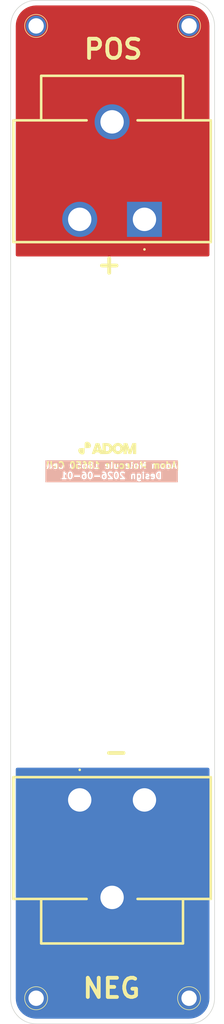
<source format=kicad_pcb>
(kicad_pcb (version 20241229) (generator "pcbnew") (generator_version "9.0")
  (layers (0 "F.Cu" signal) (2 "B.Cu" signal) (13 "F.Paste" user) (15 "B.Paste" user) (5 "F.SilkS" user "F.Silkscreen") (7 "B.SilkS" user "B.Silkscreen") (1 "F.Mask" user) (3 "B.Mask" user) (25 "Edge.Cuts" user))
  (property "board_name" "Adom Molecule 18650 Cell")
  (net 0 "")
  (net 1 "/POS")
  (net 2 "/NEG")
  (footprint "Adom Footprint Library:ADOM_MEDIUM_PIN_SHORTER_v1" (layer "F.Cu") (at 2 -2)
    (property "Reference" "MP1" (hide yes))
    (property "Value" "~" (hide yes))
    (fp_circle (center 0 0) (end 0.9 0) (stroke (width 0.05)) (fill no) (layer "F.SilkS"))
    (pad "1" thru_hole circle (at 0 0) (size 1.6 1.6) (drill 1.2) (layers "*.Cu" "*.Mask") (net 2 "/NEG"))
  )
  (footprint "Adom Footprint Library:ADOM_MEDIUM_PIN_SHORTER_v1" (layer "F.Cu") (at 14 -2)
    (property "Reference" "MP4" (hide yes))
    (property "Value" "~" (hide yes))
    (fp_circle (center 0 0) (end 0.9 0) (stroke (width 0.05)) (fill no) (layer "F.SilkS"))
    (pad "1" thru_hole circle (at 0 0) (size 1.6 1.6) (drill 1.2) (layers "*.Cu" "*.Mask") (net 2 "/NEG"))
  )
  (footprint "Adom Footprint Library:ADOM_MEDIUM_PIN_SHORTER_v1" (layer "F.Cu") (at 2 -78)
    (property "Reference" "MP2" (hide yes))
    (property "Value" "~" (hide yes))
    (fp_circle (center 0 0) (end 0.9 0) (stroke (width 0.05)) (fill no) (layer "F.SilkS"))
    (pad "1" thru_hole circle (at 0 0) (size 1.6 1.6) (drill 1.2) (layers "*.Cu" "*.Mask") (net 1 "/POS"))
  )
  (footprint "Adom Footprint Library:Adom Logo Size 2" (layer "F.Cu") (at 8 -45)
    (property "Reference" "REF**" (hide yes))
    (property "Value" "Adom Logo Size 2" (hide yes))
    (fp_poly (pts (xy -2.2 0) (xy -2.199655 0.000027) (xy -2.199316 0.00007) (xy -2.198981 0.00013) (xy -2.198653 0.000206) (xy -2.198331 0.000297) (xy -2.198015 0.000404) (xy -2.197707 0.000526) (xy -2.197406 0.000662) (xy -2.197113 0.000813) (xy -2.196828 0.000976) (xy -2.196553 0.001153) (xy -2.196286 0.001343) (xy -2.19603 0.001545) (xy -2.195783 0.001759) (xy -2.195547 0.001984) (xy -2.195322 0.00222) (xy -2.195108 0.002466) (xy -2.194906 0.002723) (xy -2.194716 0.00299) (xy -2.19454 0.003265) (xy -2.194376 0.00355) (xy -2.194226 0.003843) (xy -2.194089 0.004144) (xy -2.193967 0.004452) (xy -2.19386 0.004768) (xy -2.193769 0.00509) (xy -2.193693 0.005418) (xy -2.193633 0.005753) (xy -2.19359 0.006092) (xy -2.193563 0.006437) (xy -2.193555 0.006786) (xy -2.193555 0.318063) (xy -2.193876 0.327409) (xy -2.194578 0.336651) (xy -2.195662 0.345777) (xy -2.197131 0.354775) (xy -2.198986 0.363634) (xy -2.201228 0.372341) (xy -2.20386 0.380885) (xy -2.206882 0.389254) (xy -2.210296 0.397437) (xy -2.214103 0.405421) (xy -2.218306 0.413194) (xy -2.222906 0.420745) (xy -2.227905 0.428063) (xy -2.233303 0.435134) (xy -2.239104 0.441948) (xy -2.245307 0.448492) (xy -2.253405 0.456079) (xy -2.261908 0.463056) (xy -2.270794 0.469424) (xy -2.280041 0.475187) (xy -2.289626 0.480348) (xy -2.299529 0.484909) (xy -2.309727 0.488873) (xy -2.320197 0.492244) (xy -2.330919 0.495025) (xy -2.341869 0.497217) (xy -2.353025 0.498825) (xy -2.364367 0.49985) (xy -2.37587 0.500296) (xy -2.387515 0.500166) (xy -2.399278 0.499463) (xy -2.411137 0.498189) (xy -2.423071 0.496347) (xy -2.435057 0.493941) (xy -2.447074 0.490973) (xy -2.459099 0.487446) (xy -2.483085 0.478727) (xy -2.50684 0.467807) (xy -2.530187 0.454709) (xy -2.541652 0.447351) (xy -2.55295 0.439457) (xy -2.564057 0.43103) (xy -2.574952 0.422073) (xy -2.585613 0.412589) (xy -2.596017 0.402581) (xy -2.596018 0.402518) (xy -2.60602 0.392113) (xy -2.615498 0.381452) (xy -2.62445 0.370557) (xy -2.632872 0.35945) (xy -2.640762 0.348153) (xy -2.648116 0.336687) (xy -2.654932 0.325076) (xy -2.661207 0.31334) (xy -2.666938 0.301503) (xy -2.672122 0.289585) (xy -2.676756 0.27761) (xy -2.680837 0.265599) (xy -2.684363 0.253574) (xy -2.68733 0.241558) (xy -2.689736 0.229571) (xy -2.691577 0.217638) (xy -2.692851 0.205778) (xy -2.693555 0.194015) (xy -2.693686 0.182371) (xy -2.693241 0.170867) (xy -2.692218 0.159526) (xy -2.690612 0.148369) (xy -2.688422 0.137419) (xy -2.685645 0.126698) (xy -2.682277 0.116227) (xy -2.678316 0.10603) (xy -2.673758 0.096127) (xy -2.668602 0.086541) (xy -2.662844 0.077294) (xy -2.656481 0.068408) (xy -2.64951 0.059905) (xy -2.641928 0.051807) (xy -2.635221 0.045449) (xy -2.628229 0.039517) (xy -2.620965 0.034009) (xy -2.613442 0.028924) (xy -2.605673 0.024257) (xy -2.59767 0.020009) (xy -2.589447 0.016175) (xy -2.581016 0.012755) (xy -2.572389 0.009745) (xy -2.563581 0.007144) (xy -2.554604 0.004949) (xy -2.54547 0.003158) (xy -2.536192 0.00177) (xy -2.526783 0.00078) (xy -2.517257 0.000188) (xy -2.507626 -0.000009) (xy -2.200349 -0.000009)) (fill yes) (layer "F.SilkS"))
    (fp_poly (pts (xy -1.999531 -0.500056) (xy -1.987768 -0.499353) (xy -1.975908 -0.498079) (xy -1.963974 -0.496237) (xy -1.951988 -0.493831) (xy -1.939972 -0.490863) (xy -1.927947 -0.487336) (xy -1.903961 -0.478617) (xy -1.880206 -0.467697) (xy -1.856859 -0.454599) (xy -1.845393 -0.447241) (xy -1.834096 -0.439347) (xy -1.822989 -0.43092) (xy -1.812094 -0.421963) (xy -1.801433 -0.41248) (xy -1.791028 -0.402471) (xy -1.791028 -0.402408) (xy -1.781026 -0.392003) (xy -1.771547 -0.381342) (xy -1.762596 -0.370447) (xy -1.754173 -0.35934) (xy -1.746284 -0.348043) (xy -1.738929 -0.336577) (xy -1.732113 -0.324966) (xy -1.725838 -0.31323) (xy -1.720108 -0.301393) (xy -1.714924 -0.289475) (xy -1.71029 -0.2775) (xy -1.706208 -0.265489) (xy -1.702683 -0.253464) (xy -1.699716 -0.241448) (xy -1.69731 -0.229462) (xy -1.695469 -0.217528) (xy -1.694194 -0.205668) (xy -1.69349 -0.193905) (xy -1.693359 -0.182261) (xy -1.693804 -0.170757) (xy -1.694828 -0.159416) (xy -1.696433 -0.148259) (xy -1.698623 -0.137309) (xy -1.701401 -0.126588) (xy -1.704769 -0.116117) (xy -1.70873 -0.10592) (xy -1.713287 -0.096017) (xy -1.718443 -0.086431) (xy -1.724202 -0.077184) (xy -1.730565 -0.068298) (xy -1.737536 -0.059795) (xy -1.745118 -0.051697) (xy -1.751825 -0.045339) (xy -1.758816 -0.039407) (xy -1.76608 -0.0339) (xy -1.773603 -0.028814) (xy -1.781373 -0.024148) (xy -1.789375 -0.019899) (xy -1.797599 -0.016065) (xy -1.80603 -0.012645) (xy -1.814656 -0.009635) (xy -1.823464 -0.007034) (xy -1.832442 -0.004839) (xy -1.841576 -0.003049) (xy -1.850854 -0.00166) (xy -1.860262 -0.00067) (xy -1.869788 -0.000078) (xy -1.87942 0.000118) (xy -2.186697 0.000118) (xy -2.187046 0.00011) (xy -2.18739 0.000083) (xy -2.18773 0.00004) (xy -2.188064 -0.00002) (xy -2.188393 -0.000096) (xy -2.188715 -0.000188) (xy -2.18903 -0.000294) (xy -2.189339 -0.000416) (xy -2.18964 -0.000553) (xy -2.189933 -0.000703) (xy -2.190217 -0.000867) (xy -2.190493 -0.001044) (xy -2.190759 -0.001233) (xy -2.191016 -0.001435) (xy -2.191263 -0.001649) (xy -2.191499 -0.001874) (xy -2.191724 -0.00211) (xy -2.191938 -0.002357) (xy -2.192139 -0.002613) (xy -2.192329 -0.00288) (xy -2.192506 -0.003156) (xy -2.19267 -0.00344) (xy -2.19282 -0.003733) (xy -2.192956 -0.004034) (xy -2.193078 -0.004342) (xy -2.193185 -0.004658) (xy -2.193277 -0.00498) (xy -2.193353 -0.005308) (xy -2.193413 -0.005643) (xy -2.193456 -0.005982) (xy -2.193482 -0.006327) (xy -2.193491 -0.006676) (xy -2.193491 -0.317953) (xy -2.19317 -0.327299) (xy -2.192468 -0.336541) (xy -2.191383 -0.345667) (xy -2.189914 -0.354665) (xy -2.188059 -0.363524) (xy -2.185817 -0.372231) (xy -2.183186 -0.380775) (xy -2.180164 -0.389144) (xy -2.17675 -0.397327) (xy -2.172942 -0.405311) (xy -2.168739 -0.413084) (xy -2.164139 -0.420635) (xy -2.159141 -0.427953) (xy -2.153742 -0.435024) (xy -2.147942 -0.441838) (xy -2.141739 -0.448382) (xy -2.133641 -0.455969) (xy -2.125138 -0.462946) (xy -2.116252 -0.469314) (xy -2.107005 -0.475077) (xy -2.097419 -0.480238) (xy -2.087516 -0.484799) (xy -2.077319 -0.488763) (xy -2.066848 -0.492134) (xy -2.056127 -0.494915) (xy -2.045177 -0.497107) (xy -2.03402 -0.498715) (xy -2.022679 -0.49974) (xy -2.011175 -0.500186)) (fill yes) (layer "F.SilkS"))
    (fp_poly (pts (xy 0.435733 -0.406109) (xy 0.450883 -0.405404) (xy 0.465865 -0.404238) (xy 0.480672 -0.402617) (xy 0.4953 -0.400547) (xy 0.509739 -0.398035) (xy 0.523985 -0.395087) (xy 0.538031 -0.39171) (xy 0.551869 -0.387911) (xy 0.565494 -0.383696) (xy 0.578898 -0.379072) (xy 0.592076 -0.374044) (xy 0.60502 -0.36862) (xy 0.617724 -0.362807) (xy 0.630182 -0.35661) (xy 0.642387 -0.350036) (xy 0.654332 -0.343093) (xy 0.66601 -0.335785) (xy 0.677416 -0.328121) (xy 0.688543 -0.320105) (xy 0.699383 -0.311746) (xy 0.709931 -0.303049) (xy 0.720179 -0.294021) (xy 0.730122 -0.284669) (xy 0.739752 -0.274999) (xy 0.749064 -0.265017) (xy 0.75805 -0.254731) (xy 0.766704 -0.244146) (xy 0.775019 -0.233269) (xy 0.782989 -0.222107) (xy 0.790607 -0.210667) (xy 0.797867 -0.198954) (xy 0.797867 -0.199081) (xy 0.799116 -0.197726) (xy 0.800395 -0.19648) (xy 0.8017 -0.19534) (xy 0.803027 -0.194299) (xy 0.80437 -0.193355) (xy 0.805725 -0.192502) (xy 0.807087 -0.191737) (xy 0.808452 -0.191055) (xy 0.809816 -0.190452) (xy 0.811173 -0.189923) (xy 0.812519 -0.189465) (xy 0.81385 -0.189072) (xy 0.81516 -0.188741) (xy 0.816446 -0.188466) (xy 0.817702 -0.188245) (xy 0.818925 -0.188072) (xy 0.82125 -0.187854) (xy 0.823384 -0.187777) (xy 0.825291 -0.187807) (xy 0.826933 -0.18791) (xy 0.828274 -0.18805) (xy 0.829278 -0.188193) (xy 0.830125 -0.18835) (xy 0.830981 -0.188574) (xy 0.833283 -0.189345) (xy 0.834851 -0.189982) (xy 0.836631 -0.190811) (xy 0.838573 -0.191851) (xy 0.840626 -0.19312) (xy 0.842741 -0.194637) (xy 0.843806 -0.195494) (xy 0.844868 -0.19642) (xy 0.84592 -0.197418) (xy 0.846957 -0.198489) (xy 0.847971 -0.199635) (xy 0.848957 -0.20086) (xy 0.849909 -0.202165) (xy 0.85082 -0.203553) (xy 0.851684 -0.205027) (xy 0.852495 -0.206587) (xy 0.853246 -0.208237) (xy 0.853931 -0.20998) (xy 0.854545 -0.211816) (xy 0.85508 -0.21375) (xy 0.855207 -0.213242) (xy 0.855207 -0.361895) (xy 0.855248 -0.36351) (xy 0.855369 -0.365104) (xy 0.855568 -0.366675) (xy 0.855844 -0.36822) (xy 0.856194 -0.369738) (xy 0.856617 -0.371227) (xy 0.85711 -0.372685) (xy 0.857671 -0.37411) (xy 0.858299 -0.3755) (xy 0.858991 -0.376852) (xy 0.859746 -0.378166) (xy 0.860562 -0.379439) (xy 0.861436 -0.380668) (xy 0.862367 -0.381853) (xy 0.863353 -0.382991) (xy 0.864391 -0.38408) (xy 0.86548 -0.385119) (xy 0.866618 -0.386104) (xy 0.867803 -0.387035) (xy 0.869033 -0.38791) (xy 0.870306 -0.388725) (xy 0.871619 -0.38948) (xy 0.872972 -0.390173) (xy 0.874362 -0.3908) (xy 0.875786 -0.391362) (xy 0.877244 -0.391855) (xy 0.878733 -0.392277) (xy 0.880251 -0.392627) (xy 0.881797 -0.392903) (xy 0.883367 -0.393102) (xy 0.884961 -0.393223) (xy 0.886577 -0.393264) (xy 1.135814 -0.393264) (xy 1.136983 -0.393241) (xy 1.138145 -0.393173) (xy 1.139299 -0.393061) (xy 1.140443 -0.392906) (xy 1.141576 -0.392707) (xy 1.142698 -0.392466) (xy 1.143807 -0.392184) (xy 1.144902 -0.391861) (xy 1.145983 -0.391498) (xy 1.147047 -0.391096) (xy 1.148094 -0.390655) (xy 1.149123 -0.390177) (xy 1.150134 -0.389661) (xy 1.151123 -0.389109) (xy 1.152092 -0.388521) (xy 1.153038 -0.387898) (xy 1.153961 -0.387241) (xy 1.154859 -0.386551) (xy 1.155732 -0.385828) (xy 1.156578 -0.385072) (xy 1.157396 -0.384286) (xy 1.158185 -0.383468) (xy 1.158945 -0.382621) (xy 1.159674 -0.381745) (xy 1.160371 -0.38084) (xy 1.161034 -0.379907) (xy 1.161664 -0.378948) (xy 1.162258 -0.377962) (xy 1.162816 -0.37695) (xy 1.163337 -0.375914) (xy 1.163819 -0.374853) (xy 1.164262 -0.37377) (xy 1.356921 0.124769) (xy 1.356947 0.124838) (xy 1.356978 0.124902) (xy 1.357013 0.124962) (xy 1.357052 0.125016) (xy 1.357094 0.125066) (xy 1.35714 0.125112) (xy 1.357189 0.125153) (xy 1.35724 0.125189) (xy 1.357294 0.12522) (xy 1.357351 0.125247) (xy 1.357408 0.12527) (xy 1.357468 0.125288) (xy 1.357528 0.125302) (xy 1.35759 0.125311) (xy 1.357652 0.125316) (xy 1.357715 0.125317) (xy 1.357777 0.125313) (xy 1.357839 0.125305) (xy 1.357901 0.125293) (xy 1.357961 0.125277) (xy 1.358021 0.125256) (xy 1.358079 0.125232) (xy 1.358135 0.125203) (xy 1.358189 0.125171) (xy 1.358241 0.125134) (xy 1.358289 0.125094) (xy 1.358335 0.125049) (xy 1.358378 0.125001) (xy 1.358417 0.124948) (xy 1.358452 0.124892) (xy 1.358482 0.124833) (xy 1.358509 0.124769) (xy 1.546723 -0.373515) (xy 1.547648 -0.375684) (xy 1.548727 -0.377755) (xy 1.549951 -0.379724) (xy 1.551312 -0.381584) (xy 1.552803 -0.383329) (xy 1.554413 -0.384954) (xy 1.556136 -0.386453) (xy 1.557962 -0.387819) (xy 1.559883 -0.389046) (xy 1.561892 -0.39013) (xy 1.563979 -0.391063) (xy 1.566136 -0.391839) (xy 1.568354 -0.392454) (xy 1.570626 -0.3929) (xy 1.572944 -0.393172) (xy 1.575297 -0.393264) (xy 1.823202 -0.393264) (xy 1.824817 -0.393223) (xy 1.826411 -0.393102) (xy 1.827982 -0.392903) (xy 1.829527 -0.392627) (xy 1.831045 -0.392277) (xy 1.832534 -0.391855) (xy 1.833992 -0.391362) (xy 1.835417 -0.3908) (xy 1.836807 -0.390173) (xy 1.838159 -0.38948) (xy 1.839473 -0.388725) (xy 1.840746 -0.38791) (xy 1.841975 -0.387035) (xy 1.84316 -0.386104) (xy 1.844298 -0.385119) (xy 1.845387 -0.38408) (xy 1.846426 -0.382991) (xy 1.847412 -0.381853) (xy 1.848342 -0.380668) (xy 1.849217 -0.379438) (xy 1.850032 -0.378166) (xy 1.850787 -0.376852) (xy 1.85148 -0.3755) (xy 1.852108 -0.37411) (xy 1.852669 -0.372685) (xy 1.853162 -0.371227) (xy 1.853584 -0.369738) (xy 1.853934 -0.36822) (xy 1.85421 -0.366675) (xy 1.854409 -0.365104) (xy 1.854531 -0.36351) (xy 1.854571 -0.361895) (xy 1.854571 0.43503) (xy 1.854531 0.436645) (xy 1.854409 0.438239) (xy 1.85421 0.43981) (xy 1.853934 0.441355) (xy 1.853584 0.442873) (xy 1.853162 0.444362) (xy 1.852669 0.44582) (xy 1.852108 0.447245) (xy 1.85148 0.448634) (xy 1.850787 0.449987) (xy 1.850032 0.451301) (xy 1.849217 0.452573) (xy 1.848342 0.453803) (xy 1.847412 0.454988) (xy 1.846426 0.456126) (xy 1.845387 0.457215) (xy 1.844298 0.458254) (xy 1.84316 0.459239) (xy 1.841975 0.46017) (xy 1.840746 0.461044) (xy 1.839473 0.46186) (xy 1.838159 0.462615) (xy 1.836807 0.463307) (xy 1.835417 0.463935) (xy 1.833992 0.464497) (xy 1.832534 0.46499) (xy 1.831045 0.465412) (xy 1.829527 0.465762) (xy 1.827982 0.466038) (xy 1.826411 0.466237) (xy 1.824817 0.466358) (xy 1.823202 0.466399) (xy 1.629083 0.466399) (xy 1.627468 0.466358) (xy 1.625874 0.466237) (xy 1.624303 0.466038) (xy 1.622758 0.465762) (xy 1.621239 0.465412) (xy 1.61975 0.46499) (xy 1.618293 0.464497) (xy 1.616868 0.463935) (xy 1.615478 0.463307) (xy 1.614125 0.462615) (xy 1.612812 0.46186) (xy 1.611539 0.461044) (xy 1.610309 0.46017) (xy 1.609124 0.459239) (xy 1.607986 0.458254) (xy 1.606897 0.457215) (xy 1.605859 0.456126) (xy 1.604873 0.454988) (xy 1.603942 0.453803) (xy 1.603068 0.452573) (xy 1.602252 0.451301) (xy 1.601497 0.449987) (xy 1.600805 0.448634) (xy 1.600177 0.447245) (xy 1.599616 0.44582) (xy 1.599123 0.444362) (xy 1.5987 0.442873) (xy 1.59835 0.441355) (xy 1.598075 0.43981) (xy 1.597875 0.438239) (xy 1.597754 0.436645) (xy 1.597714 0.43503) (xy 1.597714 0.07289) (xy 1.59771 0.072802) (xy 1.597698 0.07272) (xy 1.59768 0.072642) (xy 1.597656 0.072569) (xy 1.597625 0.0725) (xy 1.597588 0.072436) (xy 1.597547 0.072377) (xy 1.5975 0.072323) (xy 1.597449 0.072274) (xy 1.597395 0.072229) (xy 1.597336 0.07219) (xy 1.597275 0.072156) (xy 1.597211 0.072127) (xy 1.597144 0.072104) (xy 1.597076 0.072085) (xy 1.597007 0.072072) (xy 1.596937 0.072064) (xy 1.596866 0.072062) (xy 1.596795 0.072065) (xy 1.596724 0.072074) (xy 1.596655 0.072089) (xy 1.596586 0.072109) (xy 1.596519 0.072135) (xy 1.596454 0.072166) (xy 1.596392 0.072204) (xy 1.596333 0.072247) (xy 1.596277 0.072297) (xy 1.596225 0.072352) (xy 1.596177 0.072414) (xy 1.596133 0.072481) (xy 1.596095 0.072555) (xy 1.596063 0.072636) (xy 1.468491 0.445761) (xy 1.467608 0.448023) (xy 1.466562 0.450185) (xy 1.46536 0.452241) (xy 1.464012 0.454183) (xy 1.462527 0.456007) (xy 1.460912 0.457705) (xy 1.459177 0.459271) (xy 1.457331 0.4607) (xy 1.455382 0.461984) (xy 1.453339 0.463117) (xy 1.451211 0.464094) (xy 1.449006 0.464907) (xy 1.446734 0.46555) (xy 1.444403 0.466017) (xy 1.442021 0.466302) (xy 1.439598 0.466399) (xy 1.271324 0.466399) (xy 1.270102 0.466375) (xy 1.26889 0.466302) (xy 1.26769 0.466183) (xy 1.266501 0.466017) (xy 1.265326 0.465806) (xy 1.264164 0.46555) (xy 1.263018 0.46525) (xy 1.261889 0.464907) (xy 1.260777 0.464521) (xy 1.259683 0.464094) (xy 1.258609 0.463625) (xy 1.257555 0.463117) (xy 1.256523 0.46257) (xy 1.255514 0.461984) (xy 1.254528 0.46136) (xy 1.253567 0.4607) (xy 1.252632 0.460003) (xy 1.251724 0.459271) (xy 1.250844 0.458505) (xy 1.249993 0.457705) (xy 1.249172 0.456872) (xy 1.248383 0.456007) (xy 1.247625 0.45511) (xy 1.246901 0.454183) (xy 1.246211 0.453226) (xy 1.245556 0.452241) (xy 1.244938 0.451227) (xy 1.244357 0.450185) (xy 1.243815 0.449117) (xy 1.243313 0.448023) (xy 1.242851 0.446905) (xy 1.242431 0.445761) (xy 1.113653 0.069079) (xy 1.11362 0.068994) (xy 1.113582 0.068915) (xy 1.113539 0.068843) (xy 1.113491 0.068778) (xy 1.113439 0.068719) (xy 1.113383 0.068668) (xy 1.113323 0.068622) (xy 1.113261 0.068583) (xy 1.113196 0.068551) (xy 1.113129 0.068524) (xy 1.113061 0.068504) (xy 1.112991 0.06849) (xy 1.11292 0.068482) (xy 1.112849 0.06848) (xy 1.112779 0.068483) (xy 1.112708 0.068492) (xy 1.112639 0.068507) (xy 1.112571 0.068527) (xy 1.112505 0.068553) (xy 1.11244 0.068583) (xy 1.112379 0.068619) (xy 1.112321 0.068661) (xy 1.112266 0.068707) (xy 1.112215 0.068758) (xy 1.112169 0.068814) (xy 1.112127 0.068875) (xy 1.11209 0.06894) (xy 1.11206 0.06901) (xy 1.112035 0.069084) (xy 1.112017 0.069163) (xy 1.112006 0.069246) (xy 1.112002 0.069333) (xy 1.112002 0.43503) (xy 1.111961 0.436645) (xy 1.11184 0.438239) (xy 1.111641 0.43981) (xy 1.111365 0.441355) (xy 1.111015 0.442873) (xy 1.110592 0.444362) (xy 1.110099 0.44582) (xy 1.109538 0.447245) (xy 1.10891 0.448634) (xy 1.108218 0.449987) (xy 1.107463 0.451301) (xy 1.106647 0.452573) (xy 1.105773 0.453803) (xy 1.104842 0.454988) (xy 1.103856 0.456126) (xy 1.102818 0.457215) (xy 1.101729 0.458254) (xy 1.100591 0.459239) (xy 1.099406 0.46017) (xy 1.098176 0.461044) (xy 1.096904 0.46186) (xy 1.09559 0.462615) (xy 1.094237 0.463307) (xy 1.092848 0.463935) (xy 1.091423 0.464497) (xy 1.089965 0.46499) (xy 1.088476 0.465412) (xy 1.086958 0.465762) (xy 1.085412 0.466038) (xy 1.083842 0.466237) (xy 1.082248 0.466358) (xy 1.080633 0.466399) (xy 0.886513 0.466399) (xy 0.884898 0.466358) (xy 0.883304 0.466237) (xy 0.881734 0.466038) (xy 0.880188 0.465762) (xy 0.87867 0.465412) (xy 0.877181 0.46499) (xy 0.875723 0.464497) (xy 0.874298 0.463935) (xy 0.872909 0.463307) (xy 0.871556 0.462615) (xy 0.870243 0.46186) (xy 0.86897 0.461044) (xy 0.86774 0.46017) (xy 0.866555 0.459239) (xy 0.865417 0.458254) (xy 0.864328 0.457215) (xy 0.86329 0.456126) (xy 0.862304 0.454988) (xy 0.861373 0.453803) (xy 0.860499 0.452573) (xy 0.859683 0.451301) (xy 0.858928 0.449987) (xy 0.858236 0.448634) (xy 0.857608 0.447245) (xy 0.857047 0.44582) (xy 0.856554 0.444362) (xy 0.856131 0.442873) (xy 0.855781 0.441355) (xy 0.855505 0.43981) (xy 0.855306 0.438239) (xy 0.855185 0.436645) (xy 0.855144 0.43503) (xy 0.855144 0.281106) (xy 0.855017 0.281614) (xy 0.854488 0.279681) (xy 0.853879 0.277844) (xy 0.853198 0.276102) (xy 0.85245 0.274451) (xy 0.851642 0.272891) (xy 0.850781 0.271418) (xy 0.849872 0.27003) (xy 0.848921 0.268724) (xy 0.847936 0.2675) (xy 0.846922 0.266353) (xy 0.845885 0.265282) (xy 0.844833 0.264285) (xy 0.84377 0.263359) (xy 0.842704 0.262501) (xy 0.841641 0.261711) (xy 0.840587 0.260984) (xy 0.83853 0.259715) (xy 0.836585 0.258675) (xy 0.834801 0.257846) (xy 0.833229 0.257209) (xy 0.831919 0.256746) (xy 0.830921 0.256438) (xy 0.830062 0.256214) (xy 0.829215 0.256058) (xy 0.826871 0.255774) (xy 0.825229 0.255672) (xy 0.823324 0.255641) (xy 0.821192 0.255718) (xy 0.81887 0.255936) (xy 0.816394 0.256331) (xy 0.813802 0.256936) (xy 0.811131 0.257788) (xy 0.809776 0.258316) (xy 0.808416 0.25892) (xy 0.807054 0.259602) (xy 0.805696 0.260367) (xy 0.804345 0.261219) (xy 0.803006 0.262163) (xy 0.801684 0.263204) (xy 0.800384 0.264345) (xy 0.79911 0.265591) (xy 0.797867 0.266945) (xy 0.797867 0.266628) (xy 0.782989 0.289851) (xy 0.766704 0.311956) (xy 0.749064 0.332891) (xy 0.730121 0.352603) (xy 0.709929 0.371039) (xy 0.68854 0.388148) (xy 0.666006 0.403876) (xy 0.642379 0.418171) (xy 0.617713 0.43098) (xy 0.592061 0.442253) (xy 0.565473 0.451934) (xy 0.538004 0.459973) (xy 0.509706 0.466317) (xy 0.48063 0.470914) (xy 0.450831 0.47371) (xy 0.42036 0.474654) (xy 0.396971 0.474103) (xy 0.373968 0.472464) (xy 0.351375 0.469762) (xy 0.329215 0.46602) (xy 0.307511 0.46126) (xy 0.286287 0.455506) (xy 0.265565 0.448782) (xy 0.245369 0.44111) (xy 0.225723 0.432514) (xy 0.206648 0.423017) (xy 0.18817 0.412642) (xy 0.17031 0.401413) (xy 0.153093 0.389352) (xy 0.136541 0.376484) (xy 0.120678 0.36283) (xy 0.105526 0.348416) (xy 0.099517 0.342281) (xy 0.093634 0.336024) (xy 0.087879 0.329644) (xy 0.082254 0.323145) (xy 0.076759 0.316527) (xy 0.071397 0.309793) (xy 0.066169 0.302943) (xy 0.061077 0.295981) (xy 0.056121 0.288906) (xy 0.051303 0.281722) (xy 0.046626 0.27443) (xy 0.04209 0.267031) (xy 0.037697 0.259527) (xy 0.033448 0.251919) (xy 0.029345 0.244211) (xy 0.025389 0.236402) (xy 0.024297 0.234613) (xy 0.023142 0.232937) (xy 0.021931 0.231368) (xy 0.020671 0.229904) (xy 0.019368 0.228541) (xy 0.018028 0.227275) (xy 0.016658 0.226103) (xy 0.015263 0.225021) (xy 0.013851 0.224026) (xy 0.012428 0.223114) (xy 0.011 0.22228) (xy 0.009573 0.221523) (xy 0.008154 0.220837) (xy 0.006749 0.22022) (xy 0.005364 0.219668) (xy 0.004006 0.219177) (xy 0.001396 0.218365) (xy -0.001031 0.217755) (xy -0.003224 0.217318) (xy -0.005132 0.217024) (xy -0.006705 0.216847) (xy -0.007891 0.216755) (xy -0.0089 0.216717) (xy -0.009949 0.216749) (xy -0.012813 0.217021) (xy -0.014793 0.21733) (xy -0.017068 0.217798) (xy -0.019585 0.218459) (xy -0.022291 0.219344) (xy -0.025133 0.220488) (xy -0.028059 0.221923) (xy -0.029537 0.22276) (xy -0.031015 0.223682) (xy -0.032488 0.224693) (xy -0.033948 0.225798) (xy -0.03539 0.227001) (xy -0.036806 0.228305) (xy -0.03819 0.229715) (xy -0.039535 0.231235) (xy -0.040835 0.232869) (xy -0.042083 0.234622) (xy -0.043273 0.236496) (xy -0.044397 0.238497) (xy -0.044397 0.238116) (xy -0.048135 0.245524) (xy -0.052016 0.252839) (xy -0.056038 0.260059) (xy -0.060201 0.267184) (xy -0.064505 0.274209) (xy -0.068948 0.281135) (xy -0.07353 0.287959) (xy -0.07825 0.294679) (xy -0.083108 0.301293) (xy -0.088103 0.3078) (xy -0.093235 0.314198) (xy -0.098502 0.320484) (xy -0.103904 0.326657) (xy -0.109441 0.332715) (xy -0.115111 0.338656) (xy -0.120914 0.344479) (xy -0.136521 0.359003) (xy -0.15285 0.372637) (xy -0.169884 0.385376) (xy -0.187604 0.397213) (xy -0.205994 0.40814) (xy -0.225036 0.418152) (xy -0.244711 0.427242) (xy -0.265004 0.435403) (xy -0.285895 0.442629) (xy -0.307368 0.448912) (xy -0.329405 0.454247) (xy -0.351988 0.458627) (xy -0.3751 0.462045) (xy -0.398723 0.464495) (xy -0.422839 0.465969) (xy -0.447431 0.466462) (xy -0.959432 0.466462) (xy -0.960448 0.466445) (xy -0.961458 0.466392) (xy -0.962462 0.466304) (xy -0.963459 0.466181) (xy -0.964448 0.466025) (xy -0.965429 0.465835) (xy -0.9664 0.465612) (xy -0.967361 0.465356) (xy -0.96831 0.465068) (xy -0.969247 0.464748) (xy -0.970171 0.464397) (xy -0.971082 0.464015) (xy -0.971978 0.463602) (xy -0.972858 0.463159) (xy -0.973722 0.462686) (xy -0.974569 0.462184) (xy -0.975398 0.461653) (xy -0.976207 0.461094) (xy -0.976998 0.460507) (xy -0.977767 0.459892) (xy -0.978515 0.459251) (xy -0.979241 0.458582) (xy -0.979944 0.457887) (xy -0.980622 0.457167) (xy -0.981276 0.456421) (xy -0.981904 0.45565) (xy -0.982506 0.454854) (xy -0.98308 0.454035) (xy -0.983626 0.453191) (xy -0.984143 0.452325) (xy -0.98463 0.451436) (xy -0.985086 0.450524) (xy -0.992284 0.436675) (xy -1.00038 0.423466) (xy -1.00934 0.410931) (xy -1.01913 0.399106) (xy -1.029718 0.388025) (xy -1.041071 0.377724) (xy -1.053155 0.368237) (xy -1.065937 0.3596) (xy -1.079385 0.351848) (xy -1.093465 0.345015) (xy -1.108144 0.339138) (xy -1.123389 0.334251) (xy -1.139167 0.330388) (xy -1.155444 0.327586) (xy -1.172188 0.325879) (xy -1.189365 0.325302) (xy -1.198008 0.325447) (xy -1.206551 0.325881) (xy -1.214988 0.326598) (xy -1.223317 0.327595) (xy -1.231532 0.328866) (xy -1.239629 0.330407) (xy -1.247604 0.332215) (xy -1.255452 0.334284) (xy -1.263169 0.336611) (xy -1.270751 0.33919) (xy -1.278192 0.342017) (xy -1.28549 0.345089) (xy -1.292639 0.3484) (xy -1.299635 0.351946) (xy -1.306474 0.355723) (xy -1.313151 0.359727) (xy -1.319661 0.363952) (xy -1.326002 0.368395) (xy -1.332167 0.373051) (xy -1.338153 0.377916) (xy -1.343956 0.382985) (xy -1.34957 0.388254) (xy -1.354992 0.393718) (xy -1.360217 0.399374) (xy -1.365241 0.405216) (xy -1.370059 0.41124) (xy -1.374668 0.417443) (xy -1.379062 0.423819) (xy -1.383237 0.430363) (xy -1.387189 0.437073) (xy -1.390914 0.443943) (xy -1.394407 0.450968) (xy -1.395325 0.452723) (xy -1.39636 0.454387) (xy -1.397505 0.455959) (xy -1.398754 0.457435) (xy -1.4001 0.458811) (xy -1.401536 0.460085) (xy -1.403056 0.461252) (xy -1.404654 0.462311) (xy -1.406322 0.463258) (xy -1.408055 0.464088) (xy -1.409845 0.4648) (xy -1.411686 0.46539) (xy -1.413571 0.465854) (xy -1.415494 0.46619) (xy -1.417447 0.466394) (xy -1.419426 0.466462) (xy -1.594876 0.466462) (xy -1.596186 0.46644) (xy -1.597496 0.466372) (xy -1.598802 0.466258) (xy -1.600103 0.466097) (xy -1.601397 0.465889) (xy -1.602681 0.465632) (xy -1.603953 0.465326) (xy -1.605211 0.46497) (xy -1.606452 0.464564) (xy -1.607675 0.464106) (xy -1.608878 0.463596) (xy -1.610057 0.463033) (xy -1.61121 0.462417) (xy -1.612337 0.461747) (xy -1.613433 0.461021) (xy -1.614498 0.460239) (xy -1.616461 0.458602) (xy -1.618252 0.45684) (xy -1.619872 0.454966) (xy -1.621318 0.452991) (xy -1.622589 0.450925) (xy -1.623684 0.44878) (xy -1.624602 0.446569) (xy -1.62534 0.444301) (xy -1.625899 0.441989) (xy -1.626276 0.439643) (xy -1.626471 0.437275) (xy -1.626481 0.434897) (xy -1.626307 0.43252) (xy -1.625945 0.430154) (xy -1.625396 0.427812) (xy -1.624658 0.425505) (xy -1.553428 0.230115) (xy -0.533157 0.230115) (xy -0.533148 0.230453) (xy -0.533123 0.230786) (xy -0.533081 0.231115) (xy -0.533024 0.231438) (xy -0.532951 0.231757) (xy -0.532863 0.232069) (xy -0.53276 0.232375) (xy -0.532643 0.232674) (xy -0.532511 0.232966) (xy -0.532367 0.233251) (xy -0.532209 0.233528) (xy -0.532038 0.233796) (xy -0.531855 0.234055) (xy -0.53166 0.234305) (xy -0.531453 0.234545) (xy -0.531236 0.234775) (xy -0.531007 0.234994) (xy -0.530768 0.235202) (xy -0.530519 0.235399) (xy -0.530261 0.235584) (xy -0.529993 0.235757) (xy -0.529716 0.235917) (xy -0.529431 0.236064) (xy -0.529138 0.236197) (xy -0.528838 0.236316) (xy -0.52853 0.23642) (xy -0.528215 0.23651) (xy -0.527894 0.236584) (xy -0.527567 0.236643) (xy -0.527234 0.236685) (xy -0.526896 0.236711) (xy -0.526553 0.236719) (xy -0.465021 0.236719) (xy -0.452939 0.23651) (xy -0.441187 0.235883) (xy -0.429769 0.234841) (xy -0.418687 0.233387) (xy -0.407945 0.231523) (xy -0.397548 0.229252) (xy -0.387498 0.226577) (xy -0.377799 0.223501) (xy -0.368454 0.220025) (xy -0.359468 0.216152) (xy -0.350843 0.211886) (xy -0.342583 0.207228) (xy -0.334691 0.202182) (xy -0.327172 0.196749) (xy -0.320028 0.190933) (xy -0.313264 0.184737) (xy -0.306882 0.178162) (xy -0.300887 0.171211) (xy -0.295281 0.163888) (xy -0.290068 0.156194) (xy -0.285252 0.148133) (xy -0.280837 0.139706) (xy -0.276825 0.130917) (xy -0.27322 0.121768) (xy -0.270027 0.112261) (xy -0.267248 0.1024) (xy -0.264886 0.092187) (xy -0.262946 0.081625) (xy -0.261431 0.070715) (xy -0.260345 0.059462) (xy -0.259691 0.047867) (xy -0.259472 0.035932) (xy -0.259516 0.033519) (xy 0.240972 0.033519) (xy 0.241173 0.045157) (xy 0.241764 0.056494) (xy 0.242738 0.067525) (xy 0.244094 0.078245) (xy 0.245826 0.088651) (xy 0.24793 0.098737) (xy 0.250404 0.1085) (xy 0.253242 0.117935) (xy 0.256441 0.127037) (xy 0.259997 0.135802) (xy 0.263906 0.144225) (xy 0.268164 0.152302) (xy 0.272767 0.160029) (xy 0.27771 0.167401) (xy 0.282991 0.174413) (xy 0.288605 0.181062) (xy 0.294548 0.187342) (xy 0.300816 0.193249) (xy 0.307405 0.198779) (xy 0.314311 0.203928) (xy 0.321531 0.20869) (xy 0.32906 0.213061) (xy 0.336894 0.217038) (xy 0.345029 0.220614) (xy 0.353462 0.223787) (xy 0.362189 0.226551) (xy 0.371204 0.228902) (xy 0.380506 0.230836) (xy 0.390089 0.232348) (xy 0.399949 0.233433) (xy 0.410083 0.234087) (xy 0.420486 0.234306) (xy 0.430739 0.234082) (xy 0.440741 0.233412) (xy 0.450488 0.232302) (xy 0.459975 0.230758) (xy 0.469196 0.228784) (xy 0.478147 0.226388) (xy 0.486823 0.223573) (xy 0.495219 0.220346) (xy 0.50333 0.216713) (xy 0.511151 0.212678) (xy 0.518678 0.208247) (xy 0.525905 0.203425) (xy 0.532827 0.198219) (xy 0.53944 0.192634) (xy 0.545738 0.186675) (xy 0.551717 0.180347) (xy 0.557372 0.173657) (xy 0.562697 0.16661) (xy 0.567689 0.15921) (xy 0.572341 0.151465) (xy 0.57665 0.143379) (xy 0.58061 0.134957) (xy 0.584215 0.126206) (xy 0.587463 0.117131) (xy 0.590346 0.107737) (xy 0.592861 0.09803) (xy 0.595003 0.088015) (xy 0.596766 0.077698) (xy 0.598146 0.067085) (xy 0.599138 0.05618) (xy 0.599737 0.04499) (xy 0.599937 0.033519) (xy 0.599744 0.022071) (xy 0.599164 0.010875) (xy 0.598201 -0.000058) (xy 0.596858 -0.010722) (xy 0.595136 -0.021109) (xy 0.593039 -0.03121) (xy 0.590569 -0.041017) (xy 0.587729 -0.050523) (xy 0.584522 -0.059719) (xy 0.580949 -0.068598) (xy 0.577014 -0.077151) (xy 0.57272 -0.08537) (xy 0.568068 -0.093248) (xy 0.563061 -0.100777) (xy 0.557703 -0.107948) (xy 0.551995 -0.114753) (xy 0.55047 -0.116445) (xy 0.548939 -0.118095) (xy 0.547396 -0.119709) (xy 0.545836 -0.121294) (xy 0.539895 -0.12692) (xy 0.533672 -0.1322) (xy 0.527175 -0.137131) (xy 0.520409 -0.141712) (xy 0.513379 -0.145939) (xy 0.506093 -0.149812) (xy 0.498555 -0.153326) (xy 0.490773 -0.15648) (xy 0.482752 -0.159272) (xy 0.474498 -0.1617) (xy 0.466017 -0.16376) (xy 0.457315 -0.165451) (xy 0.448399 -0.16677) (xy 0.439274 -0.167715) (xy 0.429947 -0.168284) (xy 0.420423 -0.168474) (xy 0.410178 -0.168257) (xy 0.400165 -0.167606) (xy 0.390392 -0.166526) (xy 0.380865 -0.165018) (xy 0.371593 -0.163087) (xy 0.362582 -0.160735) (xy 0.35384 -0.157966) (xy 0.345374 -0.154782) (xy 0.337191 -0.151186) (xy 0.3293 -0.147182) (xy 0.321706 -0.142773) (xy 0.314419 -0.137961) (xy 0.307444 -0.13275) (xy 0.300789 -0.127143) (xy 0.294462 -0.121143) (xy 0.28847 -0.114753) (xy 0.282819 -0.10797) (xy 0.277514 -0.100818) (xy 0.272556 -0.093306) (xy 0.267948 -0.085442) (xy 0.263694 -0.077233) (xy 0.259796 -0.068687) (xy 0.256255 -0.059813) (xy 0.253077 -0.050618) (xy 0.250262 -0.041111) (xy 0.247813 -0.031299) (xy 0.245734 -0.021191) (xy 0.244027 -0.010794) (xy 0.242694 -0.000116) (xy 0.241739 0.010834) (xy 0.241164 0.022048) (xy 0.240972 0.033519) (xy -0.259516 0.033519) (xy -0.259691 0.023992) (xy -0.260345 0.012377) (xy -0.261431 0.001092) (xy -0.262946 -0.009861) (xy -0.264886 -0.020476) (xy -0.267248 -0.030752) (xy -0.270027 -0.040684) (xy -0.27322 -0.05027) (xy -0.276825 -0.059505) (xy -0.280837 -0.068386) (xy -0.285252 -0.07691) (xy -0.290068 -0.085073) (xy -0.295281 -0.092871) (xy -0.300887 -0.100302) (xy -0.306882 -0.107362) (xy -0.313264 -0.114047) (xy -0.320028 -0.120353) (xy -0.327172 -0.126278) (xy -0.334691 -0.131818) (xy -0.342583 -0.136969) (xy -0.350843 -0.141728) (xy -0.359468 -0.146092) (xy -0.368454 -0.150056) (xy -0.377799 -0.153618) (xy -0.387498 -0.156774) (xy -0.397548 -0.15952) (xy -0.407945 -0.161853) (xy -0.418687 -0.16377) (xy -0.429769 -0.165267) (xy -0.441187 -0.166341) (xy -0.452939 -0.166988) (xy -0.465021 -0.167204) (xy -0.526553 -0.167204) (xy -0.52689 -0.167195) (xy -0.527223 -0.16717) (xy -0.527552 -0.167127) (xy -0.527876 -0.167069) (xy -0.528194 -0.166994) (xy -0.528506 -0.166905) (xy -0.528812 -0.1668) (xy -0.529111 -0.166681) (xy -0.529404 -0.166548) (xy -0.529688 -0.166401) (xy -0.529965 -0.166241) (xy -0.530233 -0.166069) (xy -0.530492 -0.165884) (xy -0.530742 -0.165687) (xy -0.530982 -0.165479) (xy -0.531212 -0.165259) (xy -0.531431 -0.165029) (xy -0.53164 -0.164789) (xy -0.531836 -0.164539) (xy -0.532021 -0.16428) (xy -0.532194 -0.164012) (xy -0.532354 -0.163736) (xy -0.532501 -0.163451) (xy -0.532634 -0.163159) (xy -0.532753 -0.16286) (xy -0.532857 -0.162554) (xy -0.532947 -0.162241) (xy -0.533021 -0.161923) (xy -0.53308 -0.161599) (xy -0.533122 -0.161271) (xy -0.533148 -0.160937) (xy -0.533157 -0.1606) (xy -0.533157 0.230115) (xy -1.553428 0.230115) (xy -1.513988 0.12193) (xy -1.254481 0.12193) (xy -1.25448 0.122129) (xy -1.254473 0.122323) (xy -1.25446 0.122513) (xy -1.25444 0.122698) (xy -1.254415 0.122879) (xy -1.254385 0.123056) (xy -1.25431 0.123396) (xy -1.254219 0.123717) (xy -1.254115 0.124019) (xy -1.254 0.124301) (xy -1.253878 0.124564) (xy -1.253751 0.124806) (xy -1.253623 0.125027) (xy -1.253496 0.125226) (xy -1.253374 0.125404) (xy -1.253075 0.125763) (xy -1.252898 0.125957) (xy -1.252702 0.126156) (xy -1.252486 0.126358) (xy -1.25225 0.126558) (xy -1.251993 0.126755) (xy -1.251715 0.126944) (xy -1.251415 0.127123) (xy -1.251093 0.127288) (xy -1.250749 0.127436) (xy -1.250382 0.127565) (xy -1.249992 0.12767) (xy -1.249577 0.12775) (xy -1.249361 0.127779) (xy -1.249138 0.1278) (xy -1.24891 0.127813) (xy -1.248675 0.127817) (xy -1.120087 0.127817) (xy -1.119846 0.127813) (xy -1.119612 0.1278) (xy -1.119385 0.127779) (xy -1.119164 0.12775) (xy -1.118949 0.127714) (xy -1.118741 0.12767) (xy -1.118539 0.127621) (xy -1.118344 0.127565) (xy -1.118155 0.127503) (xy -1.117972 0.127436) (xy -1.117795 0.127364) (xy -1.117624 0.127288) (xy -1.117459 0.127207) (xy -1.1173 0.127123) (xy -1.117147 0.127035) (xy -1.116999 0.126944) (xy -1.116858 0.12685) (xy -1.116722 0.126755) (xy -1.116467 0.126558) (xy -1.116235 0.126358) (xy -1.116024 0.126156) (xy -1.115834 0.125957) (xy -1.115665 0.125763) (xy -1.115517 0.125578) (xy -1.115388 0.125404) (xy -1.11542 0.125372) (xy -1.115452 0.12534) (xy -1.115329 0.125162) (xy -1.115203 0.12496) (xy -1.115075 0.124737) (xy -1.114949 0.124491) (xy -1.114827 0.124225) (xy -1.114714 0.123939) (xy -1.114611 0.123633) (xy -1.114523 0.123308) (xy -1.114452 0.122966) (xy -1.114401 0.122607) (xy -1.114373 0.122231) (xy -1.114371 0.12184) (xy -1.114399 0.121434) (xy -1.114459 0.121014) (xy -1.114555 0.12058) (xy -1.114617 0.120358) (xy -1.11469 0.120133) (xy -1.179396 -0.073986) (xy -1.179508 -0.074299) (xy -1.179628 -0.074595) (xy -1.179757 -0.074875) (xy -1.179894 -0.07514) (xy -1.180038 -0.075389) (xy -1.180189 -0.075623) (xy -1.180346 -0.075842) (xy -1.180508 -0.076048) (xy -1.180677 -0.07624) (xy -1.18085 -0.076419) (xy -1.181027 -0.076585) (xy -1.181208 -0.076739) (xy -1.181392 -0.076881) (xy -1.181579 -0.077011) (xy -1.181769 -0.077131) (xy -1.18196 -0.07724) (xy -1.182153 -0.07734) (xy -1.182346 -0.077429) (xy -1.182733 -0.077581) (xy -1.183117 -0.077701) (xy -1.183495 -0.07779) (xy -1.183862 -0.077854) (xy -1.184214 -0.077894) (xy -1.184547 -0.077916) (xy -1.184857 -0.077923) (xy -1.185157 -0.077916) (xy -1.185483 -0.077892) (xy -1.185829 -0.077848) (xy -1.186193 -0.07778) (xy -1.186569 -0.077686) (xy -1.186953 -0.077561) (xy -1.187342 -0.077403) (xy -1.187537 -0.077311) (xy -1.187731 -0.077209) (xy -1.187923 -0.077096) (xy -1.188115 -0.076974) (xy -1.188304 -0.07684) (xy -1.18849 -0.076695) (xy -1.188673 -0.076539) (xy -1.188852 -0.07637) (xy -1.189027 -0.076188) (xy -1.189197 -0.075994) (xy -1.189362 -0.075787) (xy -1.18952 -0.075565) (xy -1.189673 -0.075329) (xy -1.189818 -0.075079) (xy -1.189956 -0.074813) (xy -1.190085 -0.074533) (xy -1.190206 -0.074236) (xy -1.190318 -0.073923) (xy -1.254199 0.120197) (xy -1.254266 0.120427) (xy -1.254322 0.120654) (xy -1.25437 0.120876) (xy -1.254409 0.121095) (xy -1.254439 0.12131) (xy -1.25446 0.121521) (xy -1.254474 0.121728) (xy -1.254481 0.12193) (xy -1.513988 0.12193) (xy -1.33351 -0.373135) (xy -1.332607 -0.375338) (xy -1.331545 -0.377442) (xy -1.330334 -0.379443) (xy -1.328982 -0.381333) (xy -1.327497 -0.383107) (xy -1.325889 -0.384758) (xy -1.324165 -0.38628) (xy -1.322334 -0.387668) (xy -1.320405 -0.388915) (xy -1.318387 -0.390016) (xy -1.316287 -0.390964) (xy -1.314115 -0.391753) (xy -1.311879 -0.392377) (xy -1.309587 -0.392831) (xy -1.307249 -0.393107) (xy -1.304872 -0.393201) (xy -1.062619 -0.393201) (xy -1.061421 -0.393177) (xy -1.060231 -0.393106) (xy -1.059052 -0.39299) (xy -1.057883 -0.392828) (xy -1.056727 -0.392621) (xy -1.055583 -0.392371) (xy -1.054454 -0.392078) (xy -1.05334 -0.391743) (xy -1.052242 -0.391366) (xy -1.051161 -0.390949) (xy -1.050099 -0.390492) (xy -1.049056 -0.389996) (xy -1.048034 -0.389461) (xy -1.047034 -0.38889) (xy -1.046056 -0.388281) (xy -1.045101 -0.387636) (xy -1.044172 -0.386957) (xy -1.043268 -0.386242) (xy -1.042391 -0.385495) (xy -1.041542 -0.384714) (xy -1.040722 -0.383902) (xy -1.039932 -0.383058) (xy -1.039174 -0.382183) (xy -1.038447 -0.381279) (xy -1.037753 -0.380346) (xy -1.037094 -0.379385) (xy -1.03647 -0.378397) (xy -1.035883 -0.377382) (xy -1.035333 -0.376341) (xy -1.034821 -0.375275) (xy -1.034349 -0.374185) (xy -1.033917 -0.373071) (xy -0.838655 0.164583) (xy -0.838846 0.163631) (xy -0.837685 0.165224) (xy -0.836504 0.166698) (xy -0.835305 0.168055) (xy -0.834094 0.169302) (xy -0.832873 0.170443) (xy -0.831646 0.171481) (xy -0.830417 0.172422) (xy -0.829191 0.173271) (xy -0.82797 0.174031) (xy -0.826758 0.174708) (xy -0.82556 0.175306) (xy -0.824378 0.175829) (xy -0.823218 0.176282) (xy -0.822082 0.17667) (xy -0.820974 0.176997) (xy -0.819899 0.177268) (xy -0.818859 0.177487) (xy -0.817859 0.177658) (xy -0.815994 0.177879) (xy -0.814332 0.177965) (xy -0.812905 0.177954) (xy -0.811742 0.177882) (xy -0.810874 0.177785) (xy -0.810144 0.177664) (xy -0.809443 0.177477) (xy -0.807561 0.176797) (xy -0.806281 0.176217) (xy -0.804829 0.175448) (xy -0.803248 0.174466) (xy -0.801579 0.173251) (xy -0.799863 0.17178) (xy -0.799 0.170942) (xy -0.798141 0.170031) (xy -0.797291 0.169045) (xy -0.796455 0.167981) (xy -0.795639 0.166837) (xy -0.794847 0.165609) (xy -0.794085 0.164296) (xy -0.793357 0.162893) (xy -0.79267 0.161399) (xy -0.792028 0.15981) (xy -0.791436 0.158124) (xy -0.790899 0.156338) (xy -0.790424 0.154449) (xy -0.790014 0.152455) (xy -0.790014 -0.361832) (xy -0.789973 -0.363447) (xy -0.789852 -0.365041) (xy -0.789653 -0.366611) (xy -0.789377 -0.368157) (xy -0.789027 -0.369675) (xy -0.788605 -0.371164) (xy -0.788112 -0.372622) (xy -0.78755 -0.374046) (xy -0.786923 -0.375436) (xy -0.78623 -0.376789) (xy -0.785475 -0.378102) (xy -0.78466 -0.379375) (xy -0.783785 -0.380605) (xy -0.782854 -0.38179) (xy -0.781869 -0.382928) (xy -0.78083 -0.384017) (xy -0.779741 -0.385055) (xy -0.778603 -0.386041) (xy -0.777418 -0.386972) (xy -0.776188 -0.387846) (xy -0.774916 -0.388662) (xy -0.773602 -0.389417) (xy -0.772249 -0.390109) (xy -0.77086 -0.390737) (xy -0.769435 -0.391298) (xy -0.767977 -0.391791) (xy -0.766488 -0.392214) (xy -0.76497 -0.392564) (xy -0.763425 -0.392839) (xy -0.761854 -0.393039) (xy -0.76026 -0.39316) (xy -0.758645 -0.393201) (xy -0.447241 -0.393201) (xy -0.429794 -0.392954) (xy -0.412605 -0.392219) (xy -0.39568 -0.391) (xy -0.379023 -0.389304) (xy -0.362642 -0.387135) (xy -0.346541 -0.384499) (xy -0.330727 -0.381402) (xy -0.315206 -0.377849) (xy -0.299982 -0.373846) (xy -0.285062 -0.369399) (xy -0.270452 -0.364512) (xy -0.256158 -0.359192) (xy -0.242185 -0.353443) (xy -0.228538 -0.347272) (xy -0.215225 -0.340685) (xy -0.20225 -0.333685) (xy -0.189619 -0.32628) (xy -0.177339 -0.318474) (xy -0.165415 -0.310274) (xy -0.153852 -0.301684) (xy -0.142656 -0.29271) (xy -0.131834 -0.283358) (xy -0.121391 -0.273633) (xy -0.111333 -0.263541) (xy -0.101665 -0.253088) (xy -0.092394 -0.242278) (xy -0.083525 -0.231118) (xy -0.075063 -0.219613) (xy -0.067016 -0.207768) (xy -0.059388 -0.195589) (xy -0.052185 -0.183082) (xy -0.045413 -0.170252) (xy -0.044277 -0.168481) (xy -0.043077 -0.166821) (xy -0.041819 -0.165267) (xy -0.040509 -0.163817) (xy -0.039155 -0.162467) (xy -0.037763 -0.161214) (xy -0.036339 -0.160053) (xy -0.034891 -0.158982) (xy -0.033424 -0.157996) (xy -0.031945 -0.157092) (xy -0.030461 -0.156267) (xy -0.028979 -0.155517) (xy -0.027505 -0.154838) (xy -0.026045 -0.154227) (xy -0.023196 -0.153194) (xy -0.020485 -0.15239) (xy -0.017964 -0.151786) (xy -0.015686 -0.151352) (xy -0.013704 -0.151062) (xy -0.01207 -0.150886) (xy -0.010838 -0.150796) (xy -0.00979 -0.150758) (xy -0.008696 -0.15079) (xy -0.005711 -0.151062) (xy -0.003646 -0.151371) (xy -0.001274 -0.151839) (xy 0.001351 -0.152499) (xy 0.004172 -0.153385) (xy 0.007137 -0.154529) (xy 0.010187 -0.155963) (xy 0.01327 -0.157723) (xy 0.014806 -0.158734) (xy 0.01633 -0.159839) (xy 0.017833 -0.161042) (xy 0.019311 -0.162346) (xy 0.020754 -0.163756) (xy 0.022158 -0.165276) (xy 0.023514 -0.16691) (xy 0.024816 -0.168662) (xy 0.026058 -0.170537) (xy 0.027231 -0.172538) (xy 0.027231 -0.172221) (xy 0.041507 -0.198175) (xy 0.057456 -0.222918) (xy 0.075013 -0.246386) (xy 0.094114 -0.268515) (xy 0.114696 -0.289241) (xy 0.136693 -0.3085) (xy 0.160042 -0.326228) (xy 0.184679 -0.342361) (xy 0.210539 -0.356835) (xy 0.237558 -0.369587) (xy 0.265673 -0.380552) (xy 0.294818 -0.389667) (xy 0.324929 -0.396868) (xy 0.355944 -0.40209) (xy 0.387796 -0.405271) (xy 0.420423 -0.406345)) (fill yes) (layer "F.SilkS"))
  )
  (footprint "Adom Footprint Library:ADOM_MEDIUM_PIN_SHORTER_v1" (layer "F.Cu") (at 14 -78)
    (property "Reference" "MP3" (hide yes))
    (property "Value" "~" (hide yes))
    (fp_circle (center 0 0) (end 0.9 0) (stroke (width 0.05)) (fill no) (layer "F.SilkS"))
    (pad "1" thru_hole circle (at 0 0) (size 1.6 1.6) (drill 1.2) (layers "*.Cu" "*.Mask") (net 1 "/POS"))
  )
  (footprint "Imported_Parts:Keystone 54" (layer "F.Cu") (at 5.42 -17.5 -90)
    (property "Reference" "BT2" (hide yes))
    (property "Value" "Keystone 54" (hide yes))
    (fp_line (start -1.780002 5.205) (end 7.739998 5.205) (stroke (width 0.2)) (layer "F.SilkS"))
    (fp_line (start 7.739998 5.205) (end 7.74 -0.54) (stroke (width 0.2)) (layer "F.SilkS"))
    (fp_line (start 11.22 3.025) (end 7.74 3.025) (stroke (width 0.2)) (layer "F.SilkS"))
    (fp_line (start -2.4 0) (end -2.4 0) (stroke (width 0.1)) (layer "F.SilkS"))
    (fp_line (start -2.3 0) (end -2.3 0) (stroke (width 0.1)) (layer "F.SilkS"))
    (fp_line (start 7.740001 -4.540003) (end 7.74 -10.285001) (stroke (width 0.2)) (layer "F.SilkS"))
    (fp_line (start 7.740003 -8.105) (end 11.220001 -8.105001) (stroke (width 0.2)) (layer "F.SilkS"))
    (fp_line (start 11.220001 -8.105001) (end 11.22 3.025) (stroke (width 0.2)) (layer "F.SilkS"))
    (fp_line (start -1.78 -10.285) (end -1.780002 5.205) (stroke (width 0.2)) (layer "F.SilkS"))
    (fp_line (start 7.74 -10.285001) (end -1.78 -10.285) (stroke (width 0.2)) (layer "F.SilkS"))
    (fp_arc (start -2.4 0) (mid -2.349998 -0.05) (end -2.3 0) (stroke (width 0.1)) (layer "F.SilkS"))
    (fp_arc (start -2.3 0) (mid -2.35 0.05) (end -2.4 0) (stroke (width 0.1)) (layer "F.SilkS"))
    (pad "1" thru_hole rect (at 0 0 270) (size 2.745 2.745) (drill 1.83) (layers "*.Cu" "*.Mask") (net 2 "/NEG"))
    (pad "2" thru_hole circle (at 0 -5.08 270) (size 2.745 2.745) (drill 1.83) (layers "*.Cu" "*.Mask") (net 2 "/NEG"))
    (pad "3" thru_hole circle (at 7.62 -2.54 270) (size 2.745 2.745) (drill 1.83) (layers "*.Cu" "*.Mask") (net 2 "/NEG"))
  )
  (footprint "Imported_Parts:Keystone 54" (layer "F.Cu") (at 10.5 -62.88 90)
    (property "Reference" "BT1" (hide yes))
    (property "Value" "Keystone 54" (hide yes))
    (fp_line (start 7.74 -10.285001) (end -1.78 -10.285) (stroke (width 0.2)) (layer "F.SilkS"))
    (fp_line (start -1.78 -10.285) (end -1.78 5.205001) (stroke (width 0.2)) (layer "F.SilkS"))
    (fp_line (start 7.740001 -8.105001) (end 11.220001 -8.105) (stroke (width 0.2)) (layer "F.SilkS"))
    (fp_line (start 11.220001 -8.105) (end 11.22 3.025) (stroke (width 0.2)) (layer "F.SilkS"))
    (fp_line (start 7.74 -4.540001) (end 7.74 -10.285001) (stroke (width 0.2)) (layer "F.SilkS"))
    (fp_line (start -2.3 0) (end -2.3 0) (stroke (width 0.1)) (layer "F.SilkS"))
    (fp_line (start -2.4 0) (end -2.4 0) (stroke (width 0.1)) (layer "F.SilkS"))
    (fp_line (start 11.22 3.025) (end 7.74 3.025) (stroke (width 0.2)) (layer "F.SilkS"))
    (fp_line (start 7.739999 5.205001) (end 7.74 -0.54) (stroke (width 0.2)) (layer "F.SilkS"))
    (fp_line (start -1.78 5.205001) (end 7.739999 5.205001) (stroke (width 0.2)) (layer "F.SilkS"))
    (fp_arc (start -2.3 0) (mid -2.35 0.05) (end -2.4 0) (stroke (width 0.1)) (layer "F.SilkS"))
    (fp_arc (start -2.4 0) (mid -2.35 -0.050001) (end -2.3 0) (stroke (width 0.1)) (layer "F.SilkS"))
    (pad "1" thru_hole rect (at 0 0 90) (size 2.745 2.745) (drill 1.83) (layers "*.Cu" "*.Mask") (net 1 "/POS"))
    (pad "2" thru_hole circle (at 0 -5.08 90) (size 2.745 2.745) (drill 1.83) (layers "*.Cu" "*.Mask") (net 1 "/POS"))
    (pad "3" thru_hole circle (at 7.62 -2.54 90) (size 2.745 2.745) (drill 1.83) (layers "*.Cu" "*.Mask") (net 1 "/POS"))
  )
  (gr_line (start 2 -80) (end 14 -80) (stroke (width 0.05)) (layer "Edge.Cuts"))
  (gr_line (start 0 -2) (end 0 -78) (stroke (width 0.05)) (layer "Edge.Cuts"))
  (gr_arc (start 2 0) (mid 0.585786 -0.585786) (end 0 -2) (stroke (width 0.05)) (layer "Edge.Cuts"))
  (gr_line (start 14 0) (end 2 0) (stroke (width 0.05)) (layer "Edge.Cuts"))
  (gr_line (start 16 -78) (end 16 -2) (stroke (width 0.05)) (layer "Edge.Cuts"))
  (gr_arc (start 14 -80) (mid 15.414214 -79.414214) (end 16 -78) (stroke (width 0.05)) (layer "Edge.Cuts"))
  (gr_arc (start 16 -2) (mid 15.414214 -0.585786) (end 14 0) (stroke (width 0.05)) (layer "Edge.Cuts"))
  (gr_arc (start 0 -78) (mid 0.585786 -79.414214) (end 2 -80) (stroke (width 0.05)) (layer "Edge.Cuts"))
  (gr_text "-" (at 7.16 -20.4 0) (layer "F.SilkS") (effects (font (size 1.5 1.5) (thickness 0.3) (bold yes)) (justify left bottom)))
  (gr_text "POS\n" (at 5.6 -75.3 0) (layer "F.SilkS") (effects (font (size 1.5 1.5) (thickness 0.3) (bold yes)) (justify left bottom)))
  (gr_text "${board_name}" (at 7.96 -43.3 0) (layer "F.SilkS" knockout) (effects (font (size 0.5 0.5) (thickness 0.125)) (justify bottom)))
  (gr_text "NEG" (at 5.5 -1.9 0) (layer "F.SilkS") (effects (font (size 1.5 1.5) (thickness 0.3) (bold yes)) (justify left bottom)))
  (gr_text "+\n" (at 6.61 -58.5 0) (layer "F.SilkS") (effects (font (size 1.5 1.5) (thickness 0.3) (bold yes)) (justify left bottom)))
  (gr_text "${board_name}\nDesign ${CURRENT_DATE}" (at 7.91 -42.55 0) (layer "B.SilkS" knockout) (effects (font (size 0.5 0.5) (thickness 0.125)) (justify bottom mirror)))
  (zone (net 1) (net_name "/POS") (layer "F.Cu") (connect_pads yes (clearance 0.5)) (min_thickness 0.25) (fill yes (thermal_gap 0.5) (thermal_bridge_width 0.5) (island_removal_mode 1) (island_area_min 10))
    (polygon (pts (xy 0 -80) (xy 0 -59.98) (xy 16 -59.98) (xy 16 -80)))
  )
  (zone (net 2) (net_name "/NEG") (layer "B.Cu") (connect_pads yes (clearance 0.5)) (min_thickness 0.25) (fill yes (thermal_gap 0.5) (thermal_bridge_width 0.5) (island_removal_mode 1) (island_area_min 10))
    (polygon (pts (xy 16 -20.02) (xy 16 0) (xy 0 0) (xy 0 -19.92) (xy 0.1 -20.02) (xy 0 -20.02)))
  )
)
</source>
